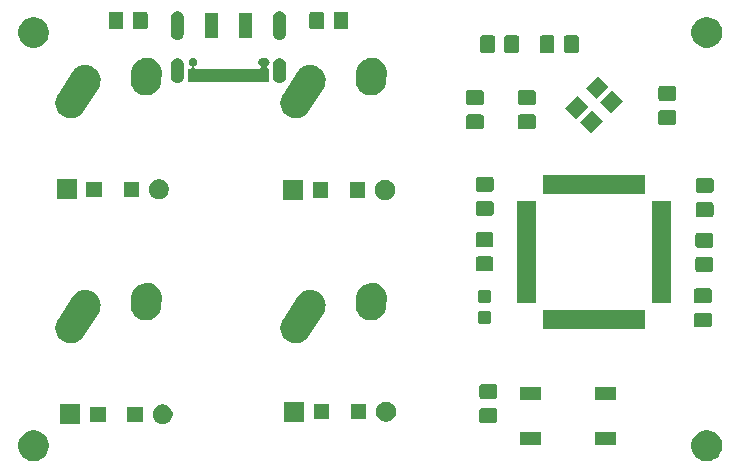
<source format=gbs>
G04 #@! TF.GenerationSoftware,KiCad,Pcbnew,(5.1.5)-3*
G04 #@! TF.CreationDate,2020-07-07T23:04:53+02:00*
G04 #@! TF.ProjectId,example,6578616d-706c-4652-9e6b-696361645f70,rev?*
G04 #@! TF.SameCoordinates,Original*
G04 #@! TF.FileFunction,Soldermask,Bot*
G04 #@! TF.FilePolarity,Negative*
%FSLAX46Y46*%
G04 Gerber Fmt 4.6, Leading zero omitted, Abs format (unit mm)*
G04 Created by KiCad (PCBNEW (5.1.5)-3) date 2020-07-07 23:04:53*
%MOMM*%
%LPD*%
G04 APERTURE LIST*
%ADD10C,0.100000*%
G04 APERTURE END LIST*
D10*
G36*
X200379487Y-84748996D02*
G01*
X200616253Y-84847068D01*
X200616255Y-84847069D01*
X200829339Y-84989447D01*
X201010553Y-85170661D01*
X201152932Y-85383747D01*
X201251004Y-85620513D01*
X201301000Y-85871861D01*
X201301000Y-86128139D01*
X201251004Y-86379487D01*
X201152932Y-86616253D01*
X201152931Y-86616255D01*
X201010553Y-86829339D01*
X200829339Y-87010553D01*
X200616255Y-87152931D01*
X200616254Y-87152932D01*
X200616253Y-87152932D01*
X200379487Y-87251004D01*
X200128139Y-87301000D01*
X199871861Y-87301000D01*
X199620513Y-87251004D01*
X199383747Y-87152932D01*
X199383746Y-87152932D01*
X199383745Y-87152931D01*
X199170661Y-87010553D01*
X198989447Y-86829339D01*
X198847069Y-86616255D01*
X198847068Y-86616253D01*
X198748996Y-86379487D01*
X198699000Y-86128139D01*
X198699000Y-85871861D01*
X198748996Y-85620513D01*
X198847068Y-85383747D01*
X198989447Y-85170661D01*
X199170661Y-84989447D01*
X199383745Y-84847069D01*
X199383747Y-84847068D01*
X199620513Y-84748996D01*
X199871861Y-84699000D01*
X200128139Y-84699000D01*
X200379487Y-84748996D01*
G37*
G36*
X143379487Y-84748996D02*
G01*
X143616253Y-84847068D01*
X143616255Y-84847069D01*
X143829339Y-84989447D01*
X144010553Y-85170661D01*
X144152932Y-85383747D01*
X144251004Y-85620513D01*
X144301000Y-85871861D01*
X144301000Y-86128139D01*
X144251004Y-86379487D01*
X144152932Y-86616253D01*
X144152931Y-86616255D01*
X144010553Y-86829339D01*
X143829339Y-87010553D01*
X143616255Y-87152931D01*
X143616254Y-87152932D01*
X143616253Y-87152932D01*
X143379487Y-87251004D01*
X143128139Y-87301000D01*
X142871861Y-87301000D01*
X142620513Y-87251004D01*
X142383747Y-87152932D01*
X142383746Y-87152932D01*
X142383745Y-87152931D01*
X142170661Y-87010553D01*
X141989447Y-86829339D01*
X141847069Y-86616255D01*
X141847068Y-86616253D01*
X141748996Y-86379487D01*
X141699000Y-86128139D01*
X141699000Y-85871861D01*
X141748996Y-85620513D01*
X141847068Y-85383747D01*
X141989447Y-85170661D01*
X142170661Y-84989447D01*
X142383745Y-84847069D01*
X142383747Y-84847068D01*
X142620513Y-84748996D01*
X142871861Y-84699000D01*
X143128139Y-84699000D01*
X143379487Y-84748996D01*
G37*
G36*
X186001000Y-85951000D02*
G01*
X184199000Y-85951000D01*
X184199000Y-84849000D01*
X186001000Y-84849000D01*
X186001000Y-85951000D01*
G37*
G36*
X192301000Y-85951000D02*
G01*
X190499000Y-85951000D01*
X190499000Y-84849000D01*
X192301000Y-84849000D01*
X192301000Y-85951000D01*
G37*
G36*
X154166978Y-82525453D02*
G01*
X154321850Y-82589603D01*
X154461231Y-82682735D01*
X154579765Y-82801269D01*
X154672897Y-82940650D01*
X154737047Y-83095522D01*
X154769750Y-83259934D01*
X154769750Y-83427566D01*
X154737047Y-83591978D01*
X154672897Y-83746850D01*
X154579765Y-83886231D01*
X154461231Y-84004765D01*
X154321850Y-84097897D01*
X154166978Y-84162047D01*
X154002566Y-84194750D01*
X153834934Y-84194750D01*
X153670522Y-84162047D01*
X153515650Y-84097897D01*
X153376269Y-84004765D01*
X153257735Y-83886231D01*
X153164603Y-83746850D01*
X153100453Y-83591978D01*
X153067750Y-83427566D01*
X153067750Y-83259934D01*
X153100453Y-83095522D01*
X153164603Y-82940650D01*
X153257735Y-82801269D01*
X153376269Y-82682735D01*
X153515650Y-82589603D01*
X153670522Y-82525453D01*
X153834934Y-82492750D01*
X154002566Y-82492750D01*
X154166978Y-82525453D01*
G37*
G36*
X146969750Y-84194750D02*
G01*
X145267750Y-84194750D01*
X145267750Y-82492750D01*
X146969750Y-82492750D01*
X146969750Y-84194750D01*
G37*
G36*
X182079852Y-82833833D02*
G01*
X182117545Y-82845267D01*
X182152281Y-82863834D01*
X182182726Y-82888820D01*
X182207712Y-82919265D01*
X182226279Y-82954001D01*
X182237713Y-82991694D01*
X182242178Y-83037029D01*
X182242178Y-83873707D01*
X182237713Y-83919042D01*
X182226279Y-83956735D01*
X182207712Y-83991471D01*
X182182726Y-84021916D01*
X182152281Y-84046902D01*
X182117545Y-84065469D01*
X182079852Y-84076903D01*
X182034517Y-84081368D01*
X180947839Y-84081368D01*
X180902504Y-84076903D01*
X180864811Y-84065469D01*
X180830075Y-84046902D01*
X180799630Y-84021916D01*
X180774644Y-83991471D01*
X180756077Y-83956735D01*
X180744643Y-83919042D01*
X180740178Y-83873707D01*
X180740178Y-83037029D01*
X180744643Y-82991694D01*
X180756077Y-82954001D01*
X180774644Y-82919265D01*
X180799630Y-82888820D01*
X180830075Y-82863834D01*
X180864811Y-82845267D01*
X180902504Y-82833833D01*
X180947839Y-82829368D01*
X182034517Y-82829368D01*
X182079852Y-82833833D01*
G37*
G36*
X149094750Y-83994750D02*
G01*
X147792750Y-83994750D01*
X147792750Y-82692750D01*
X149094750Y-82692750D01*
X149094750Y-83994750D01*
G37*
G36*
X152244750Y-83994750D02*
G01*
X150942750Y-83994750D01*
X150942750Y-82692750D01*
X152244750Y-82692750D01*
X152244750Y-83994750D01*
G37*
G36*
X165885483Y-83964504D02*
G01*
X164183483Y-83964504D01*
X164183483Y-82262504D01*
X165885483Y-82262504D01*
X165885483Y-83964504D01*
G37*
G36*
X173082711Y-82295207D02*
G01*
X173237583Y-82359357D01*
X173376964Y-82452489D01*
X173495498Y-82571023D01*
X173588630Y-82710404D01*
X173652780Y-82865276D01*
X173685483Y-83029688D01*
X173685483Y-83197320D01*
X173652780Y-83361732D01*
X173588630Y-83516604D01*
X173495498Y-83655985D01*
X173376964Y-83774519D01*
X173237583Y-83867651D01*
X173082711Y-83931801D01*
X172918299Y-83964504D01*
X172750667Y-83964504D01*
X172586255Y-83931801D01*
X172431383Y-83867651D01*
X172292002Y-83774519D01*
X172173468Y-83655985D01*
X172080336Y-83516604D01*
X172016186Y-83361732D01*
X171983483Y-83197320D01*
X171983483Y-83029688D01*
X172016186Y-82865276D01*
X172080336Y-82710404D01*
X172173468Y-82571023D01*
X172292002Y-82452489D01*
X172431383Y-82359357D01*
X172586255Y-82295207D01*
X172750667Y-82262504D01*
X172918299Y-82262504D01*
X173082711Y-82295207D01*
G37*
G36*
X168010483Y-83764504D02*
G01*
X166708483Y-83764504D01*
X166708483Y-82462504D01*
X168010483Y-82462504D01*
X168010483Y-83764504D01*
G37*
G36*
X171160483Y-83764504D02*
G01*
X169858483Y-83764504D01*
X169858483Y-82462504D01*
X171160483Y-82462504D01*
X171160483Y-83764504D01*
G37*
G36*
X192301000Y-82151000D02*
G01*
X190499000Y-82151000D01*
X190499000Y-81049000D01*
X192301000Y-81049000D01*
X192301000Y-82151000D01*
G37*
G36*
X186001000Y-82151000D02*
G01*
X184199000Y-82151000D01*
X184199000Y-81049000D01*
X186001000Y-81049000D01*
X186001000Y-82151000D01*
G37*
G36*
X182079852Y-80783833D02*
G01*
X182117545Y-80795267D01*
X182152281Y-80813834D01*
X182182726Y-80838820D01*
X182207712Y-80869265D01*
X182226279Y-80904001D01*
X182237713Y-80941694D01*
X182242178Y-80987029D01*
X182242178Y-81823707D01*
X182237713Y-81869042D01*
X182226279Y-81906735D01*
X182207712Y-81941471D01*
X182182726Y-81971916D01*
X182152281Y-81996902D01*
X182117545Y-82015469D01*
X182079852Y-82026903D01*
X182034517Y-82031368D01*
X180947839Y-82031368D01*
X180902504Y-82026903D01*
X180864811Y-82015469D01*
X180830075Y-81996902D01*
X180799630Y-81971916D01*
X180774644Y-81941471D01*
X180756077Y-81906735D01*
X180744643Y-81869042D01*
X180740178Y-81823707D01*
X180740178Y-80987029D01*
X180744643Y-80941694D01*
X180756077Y-80904001D01*
X180774644Y-80869265D01*
X180799630Y-80838820D01*
X180830075Y-80813834D01*
X180864811Y-80795267D01*
X180902504Y-80783833D01*
X180947839Y-80779368D01*
X182034517Y-80779368D01*
X182079852Y-80783833D01*
G37*
G36*
X147510044Y-72818486D02*
G01*
X147595221Y-72825003D01*
X147635003Y-72836129D01*
X147842025Y-72894027D01*
X148070620Y-73009875D01*
X148272222Y-73168093D01*
X148439084Y-73362603D01*
X148564793Y-73585928D01*
X148598093Y-73687661D01*
X148644518Y-73829489D01*
X148671810Y-74055849D01*
X148675194Y-74083917D01*
X148655645Y-74339445D01*
X148632491Y-74422233D01*
X148586620Y-74586250D01*
X148548309Y-74661846D01*
X148499800Y-74757566D01*
X147222204Y-76762988D01*
X147222202Y-76762990D01*
X147103630Y-76914076D01*
X146909123Y-77080936D01*
X146772505Y-77157837D01*
X146685795Y-77206646D01*
X146448584Y-77284292D01*
X146442234Y-77286371D01*
X146187807Y-77317047D01*
X146187806Y-77317047D01*
X145932279Y-77297498D01*
X145685475Y-77228473D01*
X145685474Y-77228473D01*
X145685472Y-77228472D01*
X145456885Y-77112628D01*
X145456883Y-77112627D01*
X145456880Y-77112625D01*
X145255278Y-76954407D01*
X145255274Y-76954404D01*
X145088417Y-76759900D01*
X144962708Y-76536573D01*
X144962707Y-76536572D01*
X144882983Y-76293014D01*
X144882982Y-76293011D01*
X144852306Y-76038584D01*
X144852306Y-76038583D01*
X144871855Y-75783056D01*
X144929580Y-75576656D01*
X144940880Y-75536251D01*
X145021520Y-75377130D01*
X145027700Y-75364935D01*
X146305295Y-73359512D01*
X146423869Y-73208425D01*
X146567802Y-73084951D01*
X146618380Y-73041562D01*
X146841698Y-72915856D01*
X146894782Y-72898480D01*
X147085261Y-72836130D01*
X147085262Y-72836130D01*
X147085265Y-72836129D01*
X147339691Y-72805453D01*
X147339693Y-72805453D01*
X147510044Y-72818486D01*
G37*
G36*
X166560044Y-72818486D02*
G01*
X166645221Y-72825003D01*
X166685003Y-72836129D01*
X166892025Y-72894027D01*
X167120620Y-73009875D01*
X167322222Y-73168093D01*
X167489084Y-73362603D01*
X167614793Y-73585928D01*
X167648093Y-73687661D01*
X167694518Y-73829489D01*
X167721810Y-74055849D01*
X167725194Y-74083917D01*
X167705645Y-74339445D01*
X167682491Y-74422233D01*
X167636620Y-74586250D01*
X167598309Y-74661846D01*
X167549800Y-74757566D01*
X166272204Y-76762988D01*
X166272202Y-76762990D01*
X166153630Y-76914076D01*
X165959123Y-77080936D01*
X165822505Y-77157837D01*
X165735795Y-77206646D01*
X165498584Y-77284292D01*
X165492234Y-77286371D01*
X165237807Y-77317047D01*
X165237806Y-77317047D01*
X164982279Y-77297498D01*
X164735475Y-77228473D01*
X164735474Y-77228473D01*
X164735472Y-77228472D01*
X164506885Y-77112628D01*
X164506883Y-77112627D01*
X164506880Y-77112625D01*
X164305278Y-76954407D01*
X164305274Y-76954404D01*
X164138417Y-76759900D01*
X164012708Y-76536573D01*
X164012707Y-76536572D01*
X163932983Y-76293014D01*
X163932982Y-76293011D01*
X163902306Y-76038584D01*
X163902306Y-76038583D01*
X163921855Y-75783056D01*
X163979580Y-75576656D01*
X163990880Y-75536251D01*
X164071520Y-75377130D01*
X164077700Y-75364935D01*
X165355295Y-73359512D01*
X165473869Y-73208425D01*
X165617802Y-73084951D01*
X165668380Y-73041562D01*
X165891698Y-72915856D01*
X165944782Y-72898480D01*
X166135261Y-72836130D01*
X166135262Y-72836130D01*
X166135265Y-72836129D01*
X166389691Y-72805453D01*
X166389693Y-72805453D01*
X166560044Y-72818486D01*
G37*
G36*
X194783273Y-76109954D02*
G01*
X186131273Y-76109954D01*
X186131273Y-74507954D01*
X194783273Y-74507954D01*
X194783273Y-76109954D01*
G37*
G36*
X200255979Y-74733870D02*
G01*
X200293672Y-74745304D01*
X200328408Y-74763871D01*
X200358853Y-74788857D01*
X200383839Y-74819302D01*
X200402406Y-74854038D01*
X200413840Y-74891731D01*
X200418305Y-74937066D01*
X200418305Y-75773744D01*
X200413840Y-75819079D01*
X200402406Y-75856772D01*
X200383839Y-75891508D01*
X200358853Y-75921953D01*
X200328408Y-75946939D01*
X200293672Y-75965506D01*
X200255979Y-75976940D01*
X200210644Y-75981405D01*
X199123966Y-75981405D01*
X199078631Y-75976940D01*
X199040938Y-75965506D01*
X199006202Y-75946939D01*
X198975757Y-75921953D01*
X198950771Y-75891508D01*
X198932204Y-75856772D01*
X198920770Y-75819079D01*
X198916305Y-75773744D01*
X198916305Y-74937066D01*
X198920770Y-74891731D01*
X198932204Y-74854038D01*
X198950771Y-74819302D01*
X198975757Y-74788857D01*
X199006202Y-74763871D01*
X199040938Y-74745304D01*
X199078631Y-74733870D01*
X199123966Y-74729405D01*
X200210644Y-74729405D01*
X200255979Y-74733870D01*
G37*
G36*
X181541433Y-74553106D02*
G01*
X181578929Y-74564481D01*
X181613488Y-74582953D01*
X181643781Y-74607814D01*
X181668642Y-74638107D01*
X181687114Y-74672666D01*
X181698489Y-74710162D01*
X181702934Y-74755299D01*
X181702934Y-75494023D01*
X181698489Y-75539160D01*
X181687114Y-75576656D01*
X181668642Y-75611215D01*
X181643781Y-75641508D01*
X181613488Y-75666369D01*
X181578929Y-75684841D01*
X181541433Y-75696216D01*
X181496296Y-75700661D01*
X180857572Y-75700661D01*
X180812435Y-75696216D01*
X180774939Y-75684841D01*
X180740380Y-75666369D01*
X180710087Y-75641508D01*
X180685226Y-75611215D01*
X180666754Y-75576656D01*
X180655379Y-75539160D01*
X180650934Y-75494023D01*
X180650934Y-74755299D01*
X180655379Y-74710162D01*
X180666754Y-74672666D01*
X180685226Y-74638107D01*
X180710087Y-74607814D01*
X180740380Y-74582953D01*
X180774939Y-74564481D01*
X180812435Y-74553106D01*
X180857572Y-74548661D01*
X181496296Y-74548661D01*
X181541433Y-74553106D01*
G37*
G36*
X152900129Y-72240063D02*
G01*
X153139741Y-72330963D01*
X153357015Y-72466863D01*
X153543602Y-72642538D01*
X153626684Y-72759123D01*
X153692330Y-72851240D01*
X153797485Y-73084947D01*
X153797486Y-73084951D01*
X153855026Y-73334678D01*
X153860808Y-73526644D01*
X153860807Y-73526652D01*
X153812666Y-74232821D01*
X153780885Y-74422233D01*
X153689985Y-74661845D01*
X153628371Y-74760352D01*
X153554085Y-74879119D01*
X153378410Y-75065706D01*
X153222148Y-75177063D01*
X153169708Y-75214434D01*
X152936001Y-75319589D01*
X152935997Y-75319590D01*
X152686271Y-75377130D01*
X152430116Y-75384844D01*
X152430112Y-75384844D01*
X152177371Y-75342437D01*
X151937759Y-75251537D01*
X151720485Y-75115637D01*
X151667453Y-75065706D01*
X151533898Y-74939962D01*
X151403916Y-74757565D01*
X151385170Y-74731260D01*
X151280015Y-74497553D01*
X151222474Y-74247821D01*
X151222022Y-74232821D01*
X151216692Y-74055858D01*
X151264834Y-73349678D01*
X151288535Y-73208425D01*
X151296615Y-73160267D01*
X151387515Y-72920655D01*
X151523415Y-72703381D01*
X151580700Y-72642538D01*
X151699090Y-72516794D01*
X151855352Y-72405437D01*
X151907792Y-72368066D01*
X152141499Y-72262911D01*
X152141503Y-72262910D01*
X152391229Y-72205370D01*
X152647384Y-72197656D01*
X152647388Y-72197656D01*
X152900129Y-72240063D01*
G37*
G36*
X171950129Y-72240063D02*
G01*
X172189741Y-72330963D01*
X172407015Y-72466863D01*
X172593602Y-72642538D01*
X172676684Y-72759123D01*
X172742330Y-72851240D01*
X172847485Y-73084947D01*
X172847486Y-73084951D01*
X172905026Y-73334678D01*
X172910808Y-73526644D01*
X172910807Y-73526652D01*
X172862666Y-74232821D01*
X172830885Y-74422233D01*
X172739985Y-74661845D01*
X172678371Y-74760352D01*
X172604085Y-74879119D01*
X172428410Y-75065706D01*
X172272148Y-75177063D01*
X172219708Y-75214434D01*
X171986001Y-75319589D01*
X171985997Y-75319590D01*
X171736271Y-75377130D01*
X171480116Y-75384844D01*
X171480112Y-75384844D01*
X171227371Y-75342437D01*
X170987759Y-75251537D01*
X170770485Y-75115637D01*
X170717453Y-75065706D01*
X170583898Y-74939962D01*
X170453916Y-74757565D01*
X170435170Y-74731260D01*
X170330015Y-74497553D01*
X170272474Y-74247821D01*
X170272022Y-74232821D01*
X170266692Y-74055858D01*
X170314834Y-73349678D01*
X170338535Y-73208425D01*
X170346615Y-73160267D01*
X170437515Y-72920655D01*
X170573415Y-72703381D01*
X170630700Y-72642538D01*
X170749090Y-72516794D01*
X170905352Y-72405437D01*
X170957792Y-72368066D01*
X171191499Y-72262911D01*
X171191503Y-72262910D01*
X171441229Y-72205370D01*
X171697384Y-72197656D01*
X171697388Y-72197656D01*
X171950129Y-72240063D01*
G37*
G36*
X181541433Y-72803106D02*
G01*
X181578929Y-72814481D01*
X181613488Y-72832953D01*
X181643781Y-72857814D01*
X181668642Y-72888107D01*
X181687114Y-72922666D01*
X181698489Y-72960162D01*
X181702934Y-73005299D01*
X181702934Y-73744023D01*
X181698489Y-73789160D01*
X181687114Y-73826656D01*
X181668642Y-73861215D01*
X181643781Y-73891508D01*
X181613488Y-73916369D01*
X181578929Y-73934841D01*
X181541433Y-73946216D01*
X181496296Y-73950661D01*
X180857572Y-73950661D01*
X180812435Y-73946216D01*
X180774939Y-73934841D01*
X180740380Y-73916369D01*
X180710087Y-73891508D01*
X180685226Y-73861215D01*
X180666754Y-73826656D01*
X180655379Y-73789160D01*
X180650934Y-73744023D01*
X180650934Y-73005299D01*
X180655379Y-72960162D01*
X180666754Y-72922666D01*
X180685226Y-72888107D01*
X180710087Y-72857814D01*
X180740380Y-72832953D01*
X180774939Y-72814481D01*
X180812435Y-72803106D01*
X180857572Y-72798661D01*
X181496296Y-72798661D01*
X181541433Y-72803106D01*
G37*
G36*
X185558273Y-73934954D02*
G01*
X183956273Y-73934954D01*
X183956273Y-65282954D01*
X185558273Y-65282954D01*
X185558273Y-73934954D01*
G37*
G36*
X196958273Y-73934954D02*
G01*
X195356273Y-73934954D01*
X195356273Y-65282954D01*
X196958273Y-65282954D01*
X196958273Y-73934954D01*
G37*
G36*
X200255979Y-72683870D02*
G01*
X200293672Y-72695304D01*
X200328408Y-72713871D01*
X200358853Y-72738857D01*
X200383839Y-72769302D01*
X200402406Y-72804038D01*
X200413840Y-72841731D01*
X200418305Y-72887066D01*
X200418305Y-73723744D01*
X200413840Y-73769079D01*
X200402406Y-73806772D01*
X200383839Y-73841508D01*
X200358853Y-73871953D01*
X200328408Y-73896939D01*
X200293672Y-73915506D01*
X200255979Y-73926940D01*
X200210644Y-73931405D01*
X199123966Y-73931405D01*
X199078631Y-73926940D01*
X199040938Y-73915506D01*
X199006202Y-73896939D01*
X198975757Y-73871953D01*
X198950771Y-73841508D01*
X198932204Y-73806772D01*
X198920770Y-73769079D01*
X198916305Y-73723744D01*
X198916305Y-72887066D01*
X198920770Y-72841731D01*
X198932204Y-72804038D01*
X198950771Y-72769302D01*
X198975757Y-72738857D01*
X199006202Y-72713871D01*
X199040938Y-72695304D01*
X199078631Y-72683870D01*
X199123966Y-72679405D01*
X200210644Y-72679405D01*
X200255979Y-72683870D01*
G37*
G36*
X200370553Y-70024086D02*
G01*
X200408246Y-70035520D01*
X200442982Y-70054087D01*
X200473427Y-70079073D01*
X200498413Y-70109518D01*
X200516980Y-70144254D01*
X200528414Y-70181947D01*
X200532879Y-70227282D01*
X200532879Y-71063960D01*
X200528414Y-71109295D01*
X200516980Y-71146988D01*
X200498413Y-71181724D01*
X200473427Y-71212169D01*
X200442982Y-71237155D01*
X200408246Y-71255722D01*
X200370553Y-71267156D01*
X200325218Y-71271621D01*
X199238540Y-71271621D01*
X199193205Y-71267156D01*
X199155512Y-71255722D01*
X199120776Y-71237155D01*
X199090331Y-71212169D01*
X199065345Y-71181724D01*
X199046778Y-71146988D01*
X199035344Y-71109295D01*
X199030879Y-71063960D01*
X199030879Y-70227282D01*
X199035344Y-70181947D01*
X199046778Y-70144254D01*
X199065345Y-70109518D01*
X199090331Y-70079073D01*
X199120776Y-70054087D01*
X199155512Y-70035520D01*
X199193205Y-70024086D01*
X199238540Y-70019621D01*
X200325218Y-70019621D01*
X200370553Y-70024086D01*
G37*
G36*
X181766603Y-69980227D02*
G01*
X181804296Y-69991661D01*
X181839032Y-70010228D01*
X181869477Y-70035214D01*
X181894463Y-70065659D01*
X181913030Y-70100395D01*
X181924464Y-70138088D01*
X181928929Y-70183423D01*
X181928929Y-71020101D01*
X181924464Y-71065436D01*
X181913030Y-71103129D01*
X181894463Y-71137865D01*
X181869477Y-71168310D01*
X181839032Y-71193296D01*
X181804296Y-71211863D01*
X181766603Y-71223297D01*
X181721268Y-71227762D01*
X180634590Y-71227762D01*
X180589255Y-71223297D01*
X180551562Y-71211863D01*
X180516826Y-71193296D01*
X180486381Y-71168310D01*
X180461395Y-71137865D01*
X180442828Y-71103129D01*
X180431394Y-71065436D01*
X180426929Y-71020101D01*
X180426929Y-70183423D01*
X180431394Y-70138088D01*
X180442828Y-70100395D01*
X180461395Y-70065659D01*
X180486381Y-70035214D01*
X180516826Y-70010228D01*
X180551562Y-69991661D01*
X180589255Y-69980227D01*
X180634590Y-69975762D01*
X181721268Y-69975762D01*
X181766603Y-69980227D01*
G37*
G36*
X200370553Y-67974086D02*
G01*
X200408246Y-67985520D01*
X200442982Y-68004087D01*
X200473427Y-68029073D01*
X200498413Y-68059518D01*
X200516980Y-68094254D01*
X200528414Y-68131947D01*
X200532879Y-68177282D01*
X200532879Y-69013960D01*
X200528414Y-69059295D01*
X200516980Y-69096988D01*
X200498413Y-69131724D01*
X200473427Y-69162169D01*
X200442982Y-69187155D01*
X200408246Y-69205722D01*
X200370553Y-69217156D01*
X200325218Y-69221621D01*
X199238540Y-69221621D01*
X199193205Y-69217156D01*
X199155512Y-69205722D01*
X199120776Y-69187155D01*
X199090331Y-69162169D01*
X199065345Y-69131724D01*
X199046778Y-69096988D01*
X199035344Y-69059295D01*
X199030879Y-69013960D01*
X199030879Y-68177282D01*
X199035344Y-68131947D01*
X199046778Y-68094254D01*
X199065345Y-68059518D01*
X199090331Y-68029073D01*
X199120776Y-68004087D01*
X199155512Y-67985520D01*
X199193205Y-67974086D01*
X199238540Y-67969621D01*
X200325218Y-67969621D01*
X200370553Y-67974086D01*
G37*
G36*
X181766603Y-67930227D02*
G01*
X181804296Y-67941661D01*
X181839032Y-67960228D01*
X181869477Y-67985214D01*
X181894463Y-68015659D01*
X181913030Y-68050395D01*
X181924464Y-68088088D01*
X181928929Y-68133423D01*
X181928929Y-68970101D01*
X181924464Y-69015436D01*
X181913030Y-69053129D01*
X181894463Y-69087865D01*
X181869477Y-69118310D01*
X181839032Y-69143296D01*
X181804296Y-69161863D01*
X181766603Y-69173297D01*
X181721268Y-69177762D01*
X180634590Y-69177762D01*
X180589255Y-69173297D01*
X180551562Y-69161863D01*
X180516826Y-69143296D01*
X180486381Y-69118310D01*
X180461395Y-69087865D01*
X180442828Y-69053129D01*
X180431394Y-69015436D01*
X180426929Y-68970101D01*
X180426929Y-68133423D01*
X180431394Y-68088088D01*
X180442828Y-68050395D01*
X180461395Y-68015659D01*
X180486381Y-67985214D01*
X180516826Y-67960228D01*
X180551562Y-67941661D01*
X180589255Y-67930227D01*
X180634590Y-67925762D01*
X181721268Y-67925762D01*
X181766603Y-67930227D01*
G37*
G36*
X200404280Y-65376857D02*
G01*
X200441973Y-65388291D01*
X200476709Y-65406858D01*
X200507154Y-65431844D01*
X200532140Y-65462289D01*
X200550707Y-65497025D01*
X200562141Y-65534718D01*
X200566606Y-65580053D01*
X200566606Y-66416731D01*
X200562141Y-66462066D01*
X200550707Y-66499759D01*
X200532140Y-66534495D01*
X200507154Y-66564940D01*
X200476709Y-66589926D01*
X200441973Y-66608493D01*
X200404280Y-66619927D01*
X200358945Y-66624392D01*
X199272267Y-66624392D01*
X199226932Y-66619927D01*
X199189239Y-66608493D01*
X199154503Y-66589926D01*
X199124058Y-66564940D01*
X199099072Y-66534495D01*
X199080505Y-66499759D01*
X199069071Y-66462066D01*
X199064606Y-66416731D01*
X199064606Y-65580053D01*
X199069071Y-65534718D01*
X199080505Y-65497025D01*
X199099072Y-65462289D01*
X199124058Y-65431844D01*
X199154503Y-65406858D01*
X199189239Y-65388291D01*
X199226932Y-65376857D01*
X199272267Y-65372392D01*
X200358945Y-65372392D01*
X200404280Y-65376857D01*
G37*
G36*
X181781171Y-65280077D02*
G01*
X181818864Y-65291511D01*
X181853600Y-65310078D01*
X181884045Y-65335064D01*
X181909031Y-65365509D01*
X181927598Y-65400245D01*
X181939032Y-65437938D01*
X181943497Y-65483273D01*
X181943497Y-66319951D01*
X181939032Y-66365286D01*
X181927598Y-66402979D01*
X181909031Y-66437715D01*
X181884045Y-66468160D01*
X181853600Y-66493146D01*
X181818864Y-66511713D01*
X181781171Y-66523147D01*
X181735836Y-66527612D01*
X180649158Y-66527612D01*
X180603823Y-66523147D01*
X180566130Y-66511713D01*
X180531394Y-66493146D01*
X180500949Y-66468160D01*
X180475963Y-66437715D01*
X180457396Y-66402979D01*
X180445962Y-66365286D01*
X180441497Y-66319951D01*
X180441497Y-65483273D01*
X180445962Y-65437938D01*
X180457396Y-65400245D01*
X180475963Y-65365509D01*
X180500949Y-65335064D01*
X180531394Y-65310078D01*
X180566130Y-65291511D01*
X180603823Y-65280077D01*
X180649158Y-65275612D01*
X181735836Y-65275612D01*
X181781171Y-65280077D01*
G37*
G36*
X165809501Y-65185521D02*
G01*
X164107501Y-65185521D01*
X164107501Y-63483521D01*
X165809501Y-63483521D01*
X165809501Y-65185521D01*
G37*
G36*
X173006729Y-63516224D02*
G01*
X173161601Y-63580374D01*
X173300982Y-63673506D01*
X173419516Y-63792040D01*
X173512648Y-63931421D01*
X173576798Y-64086293D01*
X173609501Y-64250705D01*
X173609501Y-64418337D01*
X173576798Y-64582749D01*
X173512648Y-64737621D01*
X173419516Y-64877002D01*
X173300982Y-64995536D01*
X173161601Y-65088668D01*
X173006729Y-65152818D01*
X172842317Y-65185521D01*
X172674685Y-65185521D01*
X172510273Y-65152818D01*
X172355401Y-65088668D01*
X172216020Y-64995536D01*
X172097486Y-64877002D01*
X172004354Y-64737621D01*
X171940204Y-64582749D01*
X171907501Y-64418337D01*
X171907501Y-64250705D01*
X171940204Y-64086293D01*
X172004354Y-63931421D01*
X172097486Y-63792040D01*
X172216020Y-63673506D01*
X172355401Y-63580374D01*
X172510273Y-63516224D01*
X172674685Y-63483521D01*
X172842317Y-63483521D01*
X173006729Y-63516224D01*
G37*
G36*
X146651000Y-65144750D02*
G01*
X144949000Y-65144750D01*
X144949000Y-63442750D01*
X146651000Y-63442750D01*
X146651000Y-65144750D01*
G37*
G36*
X153848228Y-63475453D02*
G01*
X154003100Y-63539603D01*
X154142481Y-63632735D01*
X154261015Y-63751269D01*
X154354147Y-63890650D01*
X154418297Y-64045522D01*
X154451000Y-64209934D01*
X154451000Y-64377566D01*
X154418297Y-64541978D01*
X154354147Y-64696850D01*
X154261015Y-64836231D01*
X154142481Y-64954765D01*
X154003100Y-65047897D01*
X153848228Y-65112047D01*
X153683816Y-65144750D01*
X153516184Y-65144750D01*
X153351772Y-65112047D01*
X153196900Y-65047897D01*
X153057519Y-64954765D01*
X152938985Y-64836231D01*
X152845853Y-64696850D01*
X152781703Y-64541978D01*
X152749000Y-64377566D01*
X152749000Y-64209934D01*
X152781703Y-64045522D01*
X152845853Y-63890650D01*
X152938985Y-63751269D01*
X153057519Y-63632735D01*
X153196900Y-63539603D01*
X153351772Y-63475453D01*
X153516184Y-63442750D01*
X153683816Y-63442750D01*
X153848228Y-63475453D01*
G37*
G36*
X171084501Y-64985521D02*
G01*
X169782501Y-64985521D01*
X169782501Y-63683521D01*
X171084501Y-63683521D01*
X171084501Y-64985521D01*
G37*
G36*
X167934501Y-64985521D02*
G01*
X166632501Y-64985521D01*
X166632501Y-63683521D01*
X167934501Y-63683521D01*
X167934501Y-64985521D01*
G37*
G36*
X148776000Y-64944750D02*
G01*
X147474000Y-64944750D01*
X147474000Y-63642750D01*
X148776000Y-63642750D01*
X148776000Y-64944750D01*
G37*
G36*
X151926000Y-64944750D02*
G01*
X150624000Y-64944750D01*
X150624000Y-63642750D01*
X151926000Y-63642750D01*
X151926000Y-64944750D01*
G37*
G36*
X194783273Y-64709954D02*
G01*
X186131273Y-64709954D01*
X186131273Y-63107954D01*
X194783273Y-63107954D01*
X194783273Y-64709954D01*
G37*
G36*
X200404280Y-63326857D02*
G01*
X200441973Y-63338291D01*
X200476709Y-63356858D01*
X200507154Y-63381844D01*
X200532140Y-63412289D01*
X200550707Y-63447025D01*
X200562141Y-63484718D01*
X200566606Y-63530053D01*
X200566606Y-64366731D01*
X200562141Y-64412066D01*
X200550707Y-64449759D01*
X200532140Y-64484495D01*
X200507154Y-64514940D01*
X200476709Y-64539926D01*
X200441973Y-64558493D01*
X200404280Y-64569927D01*
X200358945Y-64574392D01*
X199272267Y-64574392D01*
X199226932Y-64569927D01*
X199189239Y-64558493D01*
X199154503Y-64539926D01*
X199124058Y-64514940D01*
X199099072Y-64484495D01*
X199080505Y-64449759D01*
X199069071Y-64412066D01*
X199064606Y-64366731D01*
X199064606Y-63530053D01*
X199069071Y-63484718D01*
X199080505Y-63447025D01*
X199099072Y-63412289D01*
X199124058Y-63381844D01*
X199154503Y-63356858D01*
X199189239Y-63338291D01*
X199226932Y-63326857D01*
X199272267Y-63322392D01*
X200358945Y-63322392D01*
X200404280Y-63326857D01*
G37*
G36*
X181781171Y-63230077D02*
G01*
X181818864Y-63241511D01*
X181853600Y-63260078D01*
X181884045Y-63285064D01*
X181909031Y-63315509D01*
X181927598Y-63350245D01*
X181939032Y-63387938D01*
X181943497Y-63433273D01*
X181943497Y-64269951D01*
X181939032Y-64315286D01*
X181927598Y-64352979D01*
X181909031Y-64387715D01*
X181884045Y-64418160D01*
X181853600Y-64443146D01*
X181818864Y-64461713D01*
X181781171Y-64473147D01*
X181735836Y-64477612D01*
X180649158Y-64477612D01*
X180603823Y-64473147D01*
X180566130Y-64461713D01*
X180531394Y-64443146D01*
X180500949Y-64418160D01*
X180475963Y-64387715D01*
X180457396Y-64352979D01*
X180445962Y-64315286D01*
X180441497Y-64269951D01*
X180441497Y-63433273D01*
X180445962Y-63387938D01*
X180457396Y-63350245D01*
X180475963Y-63315509D01*
X180500949Y-63285064D01*
X180531394Y-63260078D01*
X180566130Y-63241511D01*
X180603823Y-63230077D01*
X180649158Y-63225612D01*
X181735836Y-63225612D01*
X181781171Y-63230077D01*
G37*
G36*
X191218118Y-58485786D02*
G01*
X190156043Y-59547861D01*
X189235390Y-58627208D01*
X190297465Y-57565133D01*
X191218118Y-58485786D01*
G37*
G36*
X180950682Y-57957877D02*
G01*
X180988375Y-57969311D01*
X181023111Y-57987878D01*
X181053556Y-58012864D01*
X181078542Y-58043309D01*
X181097109Y-58078045D01*
X181108543Y-58115738D01*
X181113008Y-58161073D01*
X181113008Y-58997751D01*
X181108543Y-59043086D01*
X181097109Y-59080779D01*
X181078542Y-59115515D01*
X181053556Y-59145960D01*
X181023111Y-59170946D01*
X180988375Y-59189513D01*
X180950682Y-59200947D01*
X180905347Y-59205412D01*
X179818669Y-59205412D01*
X179773334Y-59200947D01*
X179735641Y-59189513D01*
X179700905Y-59170946D01*
X179670460Y-59145960D01*
X179645474Y-59115515D01*
X179626907Y-59080779D01*
X179615473Y-59043086D01*
X179611008Y-58997751D01*
X179611008Y-58161073D01*
X179615473Y-58115738D01*
X179626907Y-58078045D01*
X179645474Y-58043309D01*
X179670460Y-58012864D01*
X179700905Y-57987878D01*
X179735641Y-57969311D01*
X179773334Y-57957877D01*
X179818669Y-57953412D01*
X180905347Y-57953412D01*
X180950682Y-57957877D01*
G37*
G36*
X185340525Y-57951543D02*
G01*
X185378218Y-57962977D01*
X185412954Y-57981544D01*
X185443399Y-58006530D01*
X185468385Y-58036975D01*
X185486952Y-58071711D01*
X185498386Y-58109404D01*
X185502851Y-58154739D01*
X185502851Y-58991417D01*
X185498386Y-59036752D01*
X185486952Y-59074445D01*
X185468385Y-59109181D01*
X185443399Y-59139626D01*
X185412954Y-59164612D01*
X185378218Y-59183179D01*
X185340525Y-59194613D01*
X185295190Y-59199078D01*
X184208512Y-59199078D01*
X184163177Y-59194613D01*
X184125484Y-59183179D01*
X184090748Y-59164612D01*
X184060303Y-59139626D01*
X184035317Y-59109181D01*
X184016750Y-59074445D01*
X184005316Y-59036752D01*
X184000851Y-58991417D01*
X184000851Y-58154739D01*
X184005316Y-58109404D01*
X184016750Y-58071711D01*
X184035317Y-58036975D01*
X184060303Y-58006530D01*
X184090748Y-57981544D01*
X184125484Y-57962977D01*
X184163177Y-57951543D01*
X184208512Y-57947078D01*
X185295190Y-57947078D01*
X185340525Y-57951543D01*
G37*
G36*
X197240576Y-57600402D02*
G01*
X197278269Y-57611836D01*
X197313005Y-57630403D01*
X197343450Y-57655389D01*
X197368436Y-57685834D01*
X197387003Y-57720570D01*
X197398437Y-57758263D01*
X197402902Y-57803598D01*
X197402902Y-58640276D01*
X197398437Y-58685611D01*
X197387003Y-58723304D01*
X197368436Y-58758040D01*
X197343450Y-58788485D01*
X197313005Y-58813471D01*
X197278269Y-58832038D01*
X197240576Y-58843472D01*
X197195241Y-58847937D01*
X196108563Y-58847937D01*
X196063228Y-58843472D01*
X196025535Y-58832038D01*
X195990799Y-58813471D01*
X195960354Y-58788485D01*
X195935368Y-58758040D01*
X195916801Y-58723304D01*
X195905367Y-58685611D01*
X195900902Y-58640276D01*
X195900902Y-57803598D01*
X195905367Y-57758263D01*
X195916801Y-57720570D01*
X195935368Y-57685834D01*
X195960354Y-57655389D01*
X195990799Y-57630403D01*
X196025535Y-57611836D01*
X196063228Y-57600402D01*
X196108563Y-57595937D01*
X197195241Y-57595937D01*
X197240576Y-57600402D01*
G37*
G36*
X190016036Y-57283704D02*
G01*
X188953961Y-58345779D01*
X188033308Y-57425126D01*
X189095383Y-56363051D01*
X190016036Y-57283704D01*
G37*
G36*
X147510044Y-53768486D02*
G01*
X147595221Y-53775003D01*
X147631463Y-53785139D01*
X147842025Y-53844027D01*
X148070620Y-53959875D01*
X148070622Y-53959876D01*
X148070623Y-53959877D01*
X148197052Y-54059099D01*
X148272222Y-54118093D01*
X148439084Y-54312603D01*
X148564793Y-54535928D01*
X148607368Y-54665996D01*
X148644518Y-54779489D01*
X148665001Y-54949379D01*
X148675194Y-55033917D01*
X148655645Y-55289445D01*
X148632491Y-55372233D01*
X148586620Y-55536250D01*
X148548309Y-55611846D01*
X148499800Y-55707566D01*
X147222204Y-57712988D01*
X147186672Y-57758263D01*
X147103630Y-57864076D01*
X146909123Y-58030936D01*
X146825432Y-58078045D01*
X146685795Y-58156646D01*
X146475185Y-58225585D01*
X146442234Y-58236371D01*
X146187807Y-58267047D01*
X146187806Y-58267047D01*
X145932279Y-58247498D01*
X145685475Y-58178473D01*
X145685474Y-58178473D01*
X145685472Y-58178472D01*
X145456885Y-58062628D01*
X145456883Y-58062627D01*
X145456880Y-58062625D01*
X145255278Y-57904407D01*
X145255274Y-57904404D01*
X145088417Y-57709900D01*
X144962708Y-57486573D01*
X144962707Y-57486572D01*
X144882983Y-57243014D01*
X144882982Y-57243011D01*
X144852306Y-56988584D01*
X144852446Y-56986752D01*
X144871855Y-56733056D01*
X144940880Y-56486252D01*
X144940880Y-56486251D01*
X145021520Y-56327130D01*
X145027700Y-56314935D01*
X146305295Y-54309512D01*
X146423869Y-54158425D01*
X146547945Y-54051985D01*
X146618380Y-53991562D01*
X146841698Y-53865856D01*
X146841704Y-53865854D01*
X147085261Y-53786130D01*
X147085262Y-53786130D01*
X147085265Y-53786129D01*
X147339691Y-53755453D01*
X147339693Y-53755453D01*
X147510044Y-53768486D01*
G37*
G36*
X166560044Y-53768486D02*
G01*
X166645221Y-53775003D01*
X166681463Y-53785139D01*
X166892025Y-53844027D01*
X167120620Y-53959875D01*
X167120622Y-53959876D01*
X167120623Y-53959877D01*
X167247052Y-54059099D01*
X167322222Y-54118093D01*
X167489084Y-54312603D01*
X167614793Y-54535928D01*
X167657368Y-54665996D01*
X167694518Y-54779489D01*
X167715001Y-54949379D01*
X167725194Y-55033917D01*
X167705645Y-55289445D01*
X167682491Y-55372233D01*
X167636620Y-55536250D01*
X167598309Y-55611846D01*
X167549800Y-55707566D01*
X166272204Y-57712988D01*
X166236672Y-57758263D01*
X166153630Y-57864076D01*
X165959123Y-58030936D01*
X165875432Y-58078045D01*
X165735795Y-58156646D01*
X165525185Y-58225585D01*
X165492234Y-58236371D01*
X165237807Y-58267047D01*
X165237806Y-58267047D01*
X164982279Y-58247498D01*
X164735475Y-58178473D01*
X164735474Y-58178473D01*
X164735472Y-58178472D01*
X164506885Y-58062628D01*
X164506883Y-58062627D01*
X164506880Y-58062625D01*
X164305278Y-57904407D01*
X164305274Y-57904404D01*
X164138417Y-57709900D01*
X164012708Y-57486573D01*
X164012707Y-57486572D01*
X163932983Y-57243014D01*
X163932982Y-57243011D01*
X163902306Y-56988584D01*
X163902446Y-56986752D01*
X163921855Y-56733056D01*
X163990880Y-56486252D01*
X163990880Y-56486251D01*
X164071520Y-56327130D01*
X164077700Y-56314935D01*
X165355295Y-54309512D01*
X165473869Y-54158425D01*
X165597945Y-54051985D01*
X165668380Y-53991562D01*
X165891698Y-53865856D01*
X165891704Y-53865854D01*
X166135261Y-53786130D01*
X166135262Y-53786130D01*
X166135265Y-53786129D01*
X166389691Y-53755453D01*
X166389693Y-53755453D01*
X166560044Y-53768486D01*
G37*
G36*
X192915174Y-56788730D02*
G01*
X191853099Y-57850805D01*
X190932446Y-56930152D01*
X191994521Y-55868077D01*
X192915174Y-56788730D01*
G37*
G36*
X180950682Y-55907877D02*
G01*
X180988375Y-55919311D01*
X181023111Y-55937878D01*
X181053556Y-55962864D01*
X181078542Y-55993309D01*
X181097109Y-56028045D01*
X181108543Y-56065738D01*
X181113008Y-56111073D01*
X181113008Y-56947751D01*
X181108543Y-56993086D01*
X181097109Y-57030779D01*
X181078542Y-57065515D01*
X181053556Y-57095960D01*
X181023111Y-57120946D01*
X180988375Y-57139513D01*
X180950682Y-57150947D01*
X180905347Y-57155412D01*
X179818669Y-57155412D01*
X179773334Y-57150947D01*
X179735641Y-57139513D01*
X179700905Y-57120946D01*
X179670460Y-57095960D01*
X179645474Y-57065515D01*
X179626907Y-57030779D01*
X179615473Y-56993086D01*
X179611008Y-56947751D01*
X179611008Y-56111073D01*
X179615473Y-56065738D01*
X179626907Y-56028045D01*
X179645474Y-55993309D01*
X179670460Y-55962864D01*
X179700905Y-55937878D01*
X179735641Y-55919311D01*
X179773334Y-55907877D01*
X179818669Y-55903412D01*
X180905347Y-55903412D01*
X180950682Y-55907877D01*
G37*
G36*
X185340525Y-55901543D02*
G01*
X185378218Y-55912977D01*
X185412954Y-55931544D01*
X185443399Y-55956530D01*
X185468385Y-55986975D01*
X185486952Y-56021711D01*
X185498386Y-56059404D01*
X185502851Y-56104739D01*
X185502851Y-56941417D01*
X185498386Y-56986752D01*
X185486952Y-57024445D01*
X185468385Y-57059181D01*
X185443399Y-57089626D01*
X185412954Y-57114612D01*
X185378218Y-57133179D01*
X185340525Y-57144613D01*
X185295190Y-57149078D01*
X184208512Y-57149078D01*
X184163177Y-57144613D01*
X184125484Y-57133179D01*
X184090748Y-57114612D01*
X184060303Y-57089626D01*
X184035317Y-57059181D01*
X184016750Y-57024445D01*
X184005316Y-56986752D01*
X184000851Y-56941417D01*
X184000851Y-56104739D01*
X184005316Y-56059404D01*
X184016750Y-56021711D01*
X184035317Y-55986975D01*
X184060303Y-55956530D01*
X184090748Y-55931544D01*
X184125484Y-55912977D01*
X184163177Y-55901543D01*
X184208512Y-55897078D01*
X185295190Y-55897078D01*
X185340525Y-55901543D01*
G37*
G36*
X197240576Y-55550402D02*
G01*
X197278269Y-55561836D01*
X197313005Y-55580403D01*
X197343450Y-55605389D01*
X197368436Y-55635834D01*
X197387003Y-55670570D01*
X197398437Y-55708263D01*
X197402902Y-55753598D01*
X197402902Y-56590276D01*
X197398437Y-56635611D01*
X197387003Y-56673304D01*
X197368436Y-56708040D01*
X197343450Y-56738485D01*
X197313005Y-56763471D01*
X197278269Y-56782038D01*
X197240576Y-56793472D01*
X197195241Y-56797937D01*
X196108563Y-56797937D01*
X196063228Y-56793472D01*
X196025535Y-56782038D01*
X195990799Y-56763471D01*
X195960354Y-56738485D01*
X195935368Y-56708040D01*
X195916801Y-56673304D01*
X195905367Y-56635611D01*
X195900902Y-56590276D01*
X195900902Y-55753598D01*
X195905367Y-55708263D01*
X195916801Y-55670570D01*
X195935368Y-55635834D01*
X195960354Y-55605389D01*
X195990799Y-55580403D01*
X196025535Y-55561836D01*
X196063228Y-55550402D01*
X196108563Y-55545937D01*
X197195241Y-55545937D01*
X197240576Y-55550402D01*
G37*
G36*
X191713092Y-55586648D02*
G01*
X190651017Y-56648723D01*
X189730364Y-55728070D01*
X190792439Y-54665995D01*
X191713092Y-55586648D01*
G37*
G36*
X152900129Y-53190063D02*
G01*
X153139741Y-53280963D01*
X153294127Y-53377528D01*
X153357015Y-53416863D01*
X153543602Y-53592538D01*
X153646014Y-53736248D01*
X153692330Y-53801240D01*
X153797485Y-54034947D01*
X153797486Y-54034951D01*
X153855026Y-54284678D01*
X153860808Y-54476644D01*
X153860807Y-54476652D01*
X153812666Y-55182821D01*
X153780885Y-55372233D01*
X153689985Y-55611845D01*
X153629678Y-55708263D01*
X153554085Y-55829119D01*
X153378410Y-56015706D01*
X153228569Y-56122487D01*
X153169708Y-56164434D01*
X152936001Y-56269589D01*
X152935997Y-56269590D01*
X152686271Y-56327130D01*
X152430116Y-56334844D01*
X152430112Y-56334844D01*
X152177371Y-56292437D01*
X151937759Y-56201537D01*
X151720485Y-56065637D01*
X151667453Y-56015706D01*
X151533898Y-55889962D01*
X151408469Y-55713954D01*
X151385170Y-55681260D01*
X151280015Y-55447553D01*
X151234271Y-55249021D01*
X151222474Y-55197822D01*
X151216692Y-55005858D01*
X151264834Y-54299678D01*
X151288535Y-54158425D01*
X151296615Y-54110267D01*
X151387515Y-53870655D01*
X151523415Y-53653381D01*
X151580700Y-53592538D01*
X151699090Y-53466794D01*
X151868596Y-53345999D01*
X151907792Y-53318066D01*
X152141499Y-53212911D01*
X152191249Y-53201448D01*
X152391229Y-53155370D01*
X152647384Y-53147656D01*
X152647388Y-53147656D01*
X152900129Y-53190063D01*
G37*
G36*
X171950129Y-53190063D02*
G01*
X172189741Y-53280963D01*
X172344127Y-53377528D01*
X172407015Y-53416863D01*
X172593602Y-53592538D01*
X172696014Y-53736248D01*
X172742330Y-53801240D01*
X172847485Y-54034947D01*
X172847486Y-54034951D01*
X172905026Y-54284678D01*
X172910808Y-54476644D01*
X172910807Y-54476652D01*
X172862666Y-55182821D01*
X172830885Y-55372233D01*
X172739985Y-55611845D01*
X172679678Y-55708263D01*
X172604085Y-55829119D01*
X172428410Y-56015706D01*
X172278569Y-56122487D01*
X172219708Y-56164434D01*
X171986001Y-56269589D01*
X171985997Y-56269590D01*
X171736271Y-56327130D01*
X171480116Y-56334844D01*
X171480112Y-56334844D01*
X171227371Y-56292437D01*
X170987759Y-56201537D01*
X170770485Y-56065637D01*
X170717453Y-56015706D01*
X170583898Y-55889962D01*
X170458469Y-55713954D01*
X170435170Y-55681260D01*
X170330015Y-55447553D01*
X170284271Y-55249021D01*
X170272474Y-55197822D01*
X170266692Y-55005858D01*
X170314834Y-54299678D01*
X170338535Y-54158425D01*
X170346615Y-54110267D01*
X170437515Y-53870655D01*
X170573415Y-53653381D01*
X170630700Y-53592538D01*
X170749090Y-53466794D01*
X170918596Y-53345999D01*
X170957792Y-53318066D01*
X171191499Y-53212911D01*
X171241249Y-53201448D01*
X171441229Y-53155370D01*
X171697384Y-53147656D01*
X171697388Y-53147656D01*
X171950129Y-53190063D01*
G37*
G36*
X163928014Y-53194473D02*
G01*
X164031878Y-53225979D01*
X164057847Y-53239860D01*
X164127599Y-53277143D01*
X164127601Y-53277144D01*
X164127600Y-53277144D01*
X164211501Y-53345999D01*
X164280356Y-53429900D01*
X164331521Y-53525621D01*
X164363027Y-53629485D01*
X164371000Y-53710433D01*
X164371000Y-54764567D01*
X164363027Y-54845515D01*
X164331521Y-54949379D01*
X164331519Y-54949382D01*
X164280357Y-55045100D01*
X164211501Y-55129001D01*
X164127600Y-55197857D01*
X164059055Y-55234495D01*
X164031879Y-55249021D01*
X163928015Y-55280527D01*
X163820000Y-55291166D01*
X163711986Y-55280527D01*
X163608122Y-55249021D01*
X163580946Y-55234495D01*
X163512401Y-55197857D01*
X163428500Y-55129001D01*
X163359644Y-55045100D01*
X163308482Y-54949382D01*
X163308480Y-54949379D01*
X163276974Y-54845515D01*
X163269001Y-54764567D01*
X163269000Y-53710434D01*
X163276973Y-53629486D01*
X163308479Y-53525622D01*
X163339923Y-53466795D01*
X163359643Y-53429901D01*
X163402622Y-53377531D01*
X163428499Y-53345999D01*
X163512400Y-53277144D01*
X163512399Y-53277144D01*
X163512401Y-53277143D01*
X163582152Y-53239860D01*
X163608121Y-53225979D01*
X163711985Y-53194473D01*
X163820000Y-53183834D01*
X163928014Y-53194473D01*
G37*
G36*
X155288014Y-53194473D02*
G01*
X155391878Y-53225979D01*
X155417847Y-53239860D01*
X155487599Y-53277143D01*
X155487601Y-53277144D01*
X155487600Y-53277144D01*
X155571501Y-53345999D01*
X155640356Y-53429900D01*
X155691521Y-53525621D01*
X155723027Y-53629485D01*
X155731000Y-53710433D01*
X155731000Y-54764567D01*
X155723027Y-54845515D01*
X155691521Y-54949379D01*
X155691519Y-54949382D01*
X155640357Y-55045100D01*
X155571501Y-55129001D01*
X155487600Y-55197857D01*
X155419055Y-55234495D01*
X155391879Y-55249021D01*
X155288015Y-55280527D01*
X155180000Y-55291166D01*
X155071986Y-55280527D01*
X154968122Y-55249021D01*
X154940946Y-55234495D01*
X154872401Y-55197857D01*
X154788500Y-55129001D01*
X154719644Y-55045100D01*
X154668482Y-54949382D01*
X154668480Y-54949379D01*
X154636974Y-54845515D01*
X154629001Y-54764567D01*
X154629000Y-53710434D01*
X154636973Y-53629486D01*
X154668479Y-53525622D01*
X154699923Y-53466795D01*
X154719643Y-53429901D01*
X154762622Y-53377531D01*
X154788499Y-53345999D01*
X154872400Y-53277144D01*
X154872399Y-53277144D01*
X154872401Y-53277143D01*
X154942152Y-53239860D01*
X154968121Y-53225979D01*
X155071985Y-53194473D01*
X155180000Y-53183834D01*
X155288014Y-53194473D01*
G37*
G36*
X156602383Y-53174989D02*
G01*
X156602386Y-53174990D01*
X156602385Y-53174990D01*
X156666258Y-53201446D01*
X156723748Y-53239860D01*
X156772640Y-53288752D01*
X156811054Y-53346242D01*
X156824014Y-53377531D01*
X156837511Y-53410117D01*
X156851000Y-53477930D01*
X156851000Y-53547070D01*
X156837511Y-53614883D01*
X156837510Y-53614885D01*
X156811054Y-53678758D01*
X156772640Y-53736248D01*
X156723748Y-53785140D01*
X156660748Y-53827236D01*
X156650769Y-53832570D01*
X156631827Y-53848115D01*
X156616283Y-53867058D01*
X156604732Y-53888669D01*
X156597619Y-53912118D01*
X156595218Y-53936504D01*
X156597620Y-53960890D01*
X156604734Y-53984339D01*
X156616286Y-54005949D01*
X156631831Y-54024891D01*
X156650774Y-54040435D01*
X156672385Y-54051986D01*
X156695834Y-54059099D01*
X156720217Y-54061500D01*
X162158488Y-54061500D01*
X162182874Y-54059098D01*
X162206323Y-54051985D01*
X162227934Y-54040434D01*
X162246876Y-54024889D01*
X162262421Y-54005947D01*
X162273972Y-53984336D01*
X162281085Y-53960887D01*
X162283487Y-53936501D01*
X162281085Y-53912115D01*
X162273972Y-53888666D01*
X162262421Y-53867055D01*
X162246876Y-53848113D01*
X162227934Y-53832568D01*
X162217415Y-53826264D01*
X162179051Y-53805758D01*
X162160103Y-53790207D01*
X162125604Y-53761896D01*
X162097293Y-53727397D01*
X162081742Y-53708449D01*
X162049150Y-53647472D01*
X162049149Y-53647469D01*
X162029078Y-53581308D01*
X162022302Y-53512500D01*
X162029078Y-53443692D01*
X162049149Y-53377531D01*
X162049150Y-53377528D01*
X162081742Y-53316551D01*
X162097293Y-53297603D01*
X162125604Y-53263104D01*
X162170840Y-53225981D01*
X162179051Y-53219242D01*
X162240028Y-53186650D01*
X162240031Y-53186649D01*
X162306191Y-53166578D01*
X162357756Y-53161500D01*
X162642244Y-53161500D01*
X162693809Y-53166578D01*
X162759969Y-53186649D01*
X162759972Y-53186650D01*
X162820949Y-53219242D01*
X162829160Y-53225981D01*
X162874396Y-53263104D01*
X162902707Y-53297603D01*
X162918258Y-53316551D01*
X162950850Y-53377528D01*
X162950851Y-53377531D01*
X162970922Y-53443692D01*
X162977698Y-53512500D01*
X162970922Y-53581308D01*
X162950851Y-53647469D01*
X162950850Y-53647472D01*
X162918258Y-53708449D01*
X162902707Y-53727397D01*
X162874396Y-53761896D01*
X162839897Y-53790207D01*
X162820949Y-53805758D01*
X162782587Y-53826262D01*
X162762214Y-53839875D01*
X162744887Y-53857202D01*
X162731273Y-53877576D01*
X162721896Y-53900215D01*
X162717115Y-53924248D01*
X162717115Y-53948752D01*
X162721895Y-53972785D01*
X162731272Y-53995424D01*
X162744886Y-54015799D01*
X162762213Y-54033126D01*
X162782587Y-54046740D01*
X162805226Y-54056117D01*
X162829259Y-54060898D01*
X162841512Y-54061500D01*
X162911000Y-54061500D01*
X162911000Y-55163500D01*
X156089000Y-55163500D01*
X156089000Y-54061500D01*
X156279783Y-54061500D01*
X156304169Y-54059098D01*
X156327618Y-54051985D01*
X156349229Y-54040434D01*
X156368171Y-54024889D01*
X156383716Y-54005947D01*
X156395267Y-53984336D01*
X156402380Y-53960887D01*
X156404782Y-53936501D01*
X156402380Y-53912115D01*
X156395267Y-53888666D01*
X156383716Y-53867055D01*
X156368171Y-53848113D01*
X156349229Y-53832568D01*
X156339249Y-53827233D01*
X156333742Y-53823553D01*
X156333739Y-53823552D01*
X156277734Y-53786130D01*
X156276252Y-53785140D01*
X156227360Y-53736248D01*
X156188946Y-53678758D01*
X156162490Y-53614885D01*
X156162489Y-53614883D01*
X156149000Y-53547070D01*
X156149000Y-53477930D01*
X156162489Y-53410117D01*
X156175986Y-53377531D01*
X156188946Y-53346242D01*
X156227360Y-53288752D01*
X156276252Y-53239860D01*
X156333742Y-53201446D01*
X156397615Y-53174990D01*
X156397614Y-53174990D01*
X156397617Y-53174989D01*
X156465430Y-53161500D01*
X156534570Y-53161500D01*
X156602383Y-53174989D01*
G37*
G36*
X183948516Y-51258379D02*
G01*
X183986209Y-51269813D01*
X184020945Y-51288380D01*
X184051390Y-51313366D01*
X184076376Y-51343811D01*
X184094943Y-51378547D01*
X184106377Y-51416240D01*
X184110842Y-51461575D01*
X184110842Y-52548253D01*
X184106377Y-52593588D01*
X184094943Y-52631281D01*
X184076376Y-52666017D01*
X184051390Y-52696462D01*
X184020945Y-52721448D01*
X183986209Y-52740015D01*
X183948516Y-52751449D01*
X183903181Y-52755914D01*
X183066503Y-52755914D01*
X183021168Y-52751449D01*
X182983475Y-52740015D01*
X182948739Y-52721448D01*
X182918294Y-52696462D01*
X182893308Y-52666017D01*
X182874741Y-52631281D01*
X182863307Y-52593588D01*
X182858842Y-52548253D01*
X182858842Y-51461575D01*
X182863307Y-51416240D01*
X182874741Y-51378547D01*
X182893308Y-51343811D01*
X182918294Y-51313366D01*
X182948739Y-51288380D01*
X182983475Y-51269813D01*
X183021168Y-51258379D01*
X183066503Y-51253914D01*
X183903181Y-51253914D01*
X183948516Y-51258379D01*
G37*
G36*
X181898516Y-51258379D02*
G01*
X181936209Y-51269813D01*
X181970945Y-51288380D01*
X182001390Y-51313366D01*
X182026376Y-51343811D01*
X182044943Y-51378547D01*
X182056377Y-51416240D01*
X182060842Y-51461575D01*
X182060842Y-52548253D01*
X182056377Y-52593588D01*
X182044943Y-52631281D01*
X182026376Y-52666017D01*
X182001390Y-52696462D01*
X181970945Y-52721448D01*
X181936209Y-52740015D01*
X181898516Y-52751449D01*
X181853181Y-52755914D01*
X181016503Y-52755914D01*
X180971168Y-52751449D01*
X180933475Y-52740015D01*
X180898739Y-52721448D01*
X180868294Y-52696462D01*
X180843308Y-52666017D01*
X180824741Y-52631281D01*
X180813307Y-52593588D01*
X180808842Y-52548253D01*
X180808842Y-51461575D01*
X180813307Y-51416240D01*
X180824741Y-51378547D01*
X180843308Y-51343811D01*
X180868294Y-51313366D01*
X180898739Y-51288380D01*
X180933475Y-51269813D01*
X180971168Y-51258379D01*
X181016503Y-51253914D01*
X181853181Y-51253914D01*
X181898516Y-51258379D01*
G37*
G36*
X186938674Y-51253465D02*
G01*
X186976367Y-51264899D01*
X187011103Y-51283466D01*
X187041548Y-51308452D01*
X187066534Y-51338897D01*
X187085101Y-51373633D01*
X187096535Y-51411326D01*
X187101000Y-51456661D01*
X187101000Y-52543339D01*
X187096535Y-52588674D01*
X187085101Y-52626367D01*
X187066534Y-52661103D01*
X187041548Y-52691548D01*
X187011103Y-52716534D01*
X186976367Y-52735101D01*
X186938674Y-52746535D01*
X186893339Y-52751000D01*
X186056661Y-52751000D01*
X186011326Y-52746535D01*
X185973633Y-52735101D01*
X185938897Y-52716534D01*
X185908452Y-52691548D01*
X185883466Y-52661103D01*
X185864899Y-52626367D01*
X185853465Y-52588674D01*
X185849000Y-52543339D01*
X185849000Y-51456661D01*
X185853465Y-51411326D01*
X185864899Y-51373633D01*
X185883466Y-51338897D01*
X185908452Y-51308452D01*
X185938897Y-51283466D01*
X185973633Y-51264899D01*
X186011326Y-51253465D01*
X186056661Y-51249000D01*
X186893339Y-51249000D01*
X186938674Y-51253465D01*
G37*
G36*
X188988674Y-51253465D02*
G01*
X189026367Y-51264899D01*
X189061103Y-51283466D01*
X189091548Y-51308452D01*
X189116534Y-51338897D01*
X189135101Y-51373633D01*
X189146535Y-51411326D01*
X189151000Y-51456661D01*
X189151000Y-52543339D01*
X189146535Y-52588674D01*
X189135101Y-52626367D01*
X189116534Y-52661103D01*
X189091548Y-52691548D01*
X189061103Y-52716534D01*
X189026367Y-52735101D01*
X188988674Y-52746535D01*
X188943339Y-52751000D01*
X188106661Y-52751000D01*
X188061326Y-52746535D01*
X188023633Y-52735101D01*
X187988897Y-52716534D01*
X187958452Y-52691548D01*
X187933466Y-52661103D01*
X187914899Y-52626367D01*
X187903465Y-52588674D01*
X187899000Y-52543339D01*
X187899000Y-51456661D01*
X187903465Y-51411326D01*
X187914899Y-51373633D01*
X187933466Y-51338897D01*
X187958452Y-51308452D01*
X187988897Y-51283466D01*
X188023633Y-51264899D01*
X188061326Y-51253465D01*
X188106661Y-51249000D01*
X188943339Y-51249000D01*
X188988674Y-51253465D01*
G37*
G36*
X143379487Y-49748996D02*
G01*
X143616253Y-49847068D01*
X143616255Y-49847069D01*
X143829339Y-49989447D01*
X144010553Y-50170661D01*
X144152932Y-50383747D01*
X144251004Y-50620513D01*
X144301000Y-50871861D01*
X144301000Y-51128139D01*
X144251004Y-51379487D01*
X144191618Y-51522856D01*
X144152931Y-51616255D01*
X144010553Y-51829339D01*
X143829339Y-52010553D01*
X143616255Y-52152931D01*
X143616254Y-52152932D01*
X143616253Y-52152932D01*
X143379487Y-52251004D01*
X143128139Y-52301000D01*
X142871861Y-52301000D01*
X142620513Y-52251004D01*
X142383747Y-52152932D01*
X142383746Y-52152932D01*
X142383745Y-52152931D01*
X142170661Y-52010553D01*
X141989447Y-51829339D01*
X141847069Y-51616255D01*
X141808382Y-51522856D01*
X141748996Y-51379487D01*
X141699000Y-51128139D01*
X141699000Y-50871861D01*
X141748996Y-50620513D01*
X141847068Y-50383747D01*
X141989447Y-50170661D01*
X142170661Y-49989447D01*
X142383745Y-49847069D01*
X142383747Y-49847068D01*
X142620513Y-49748996D01*
X142871861Y-49699000D01*
X143128139Y-49699000D01*
X143379487Y-49748996D01*
G37*
G36*
X200379487Y-49748996D02*
G01*
X200616253Y-49847068D01*
X200616255Y-49847069D01*
X200829339Y-49989447D01*
X201010553Y-50170661D01*
X201152932Y-50383747D01*
X201251004Y-50620513D01*
X201301000Y-50871861D01*
X201301000Y-51128139D01*
X201251004Y-51379487D01*
X201191618Y-51522856D01*
X201152931Y-51616255D01*
X201010553Y-51829339D01*
X200829339Y-52010553D01*
X200616255Y-52152931D01*
X200616254Y-52152932D01*
X200616253Y-52152932D01*
X200379487Y-52251004D01*
X200128139Y-52301000D01*
X199871861Y-52301000D01*
X199620513Y-52251004D01*
X199383747Y-52152932D01*
X199383746Y-52152932D01*
X199383745Y-52152931D01*
X199170661Y-52010553D01*
X198989447Y-51829339D01*
X198847069Y-51616255D01*
X198808382Y-51522856D01*
X198748996Y-51379487D01*
X198699000Y-51128139D01*
X198699000Y-50871861D01*
X198748996Y-50620513D01*
X198847068Y-50383747D01*
X198989447Y-50170661D01*
X199170661Y-49989447D01*
X199383745Y-49847069D01*
X199383747Y-49847068D01*
X199620513Y-49748996D01*
X199871861Y-49699000D01*
X200128139Y-49699000D01*
X200379487Y-49748996D01*
G37*
G36*
X155288014Y-49219473D02*
G01*
X155391878Y-49250979D01*
X155417920Y-49264899D01*
X155487599Y-49302143D01*
X155502645Y-49314491D01*
X155571501Y-49370999D01*
X155629887Y-49442143D01*
X155640357Y-49454901D01*
X155667987Y-49506593D01*
X155691521Y-49550621D01*
X155723027Y-49654485D01*
X155731000Y-49735433D01*
X155731000Y-51089567D01*
X155723027Y-51170515D01*
X155691521Y-51274379D01*
X155686664Y-51283466D01*
X155640357Y-51370100D01*
X155571501Y-51454001D01*
X155487600Y-51522857D01*
X155419055Y-51559495D01*
X155391879Y-51574021D01*
X155288015Y-51605527D01*
X155180000Y-51616166D01*
X155071986Y-51605527D01*
X154968122Y-51574021D01*
X154940946Y-51559495D01*
X154872401Y-51522857D01*
X154788500Y-51454001D01*
X154719644Y-51370100D01*
X154673337Y-51283466D01*
X154668480Y-51274379D01*
X154636974Y-51170515D01*
X154629001Y-51089567D01*
X154629000Y-49735434D01*
X154636973Y-49654486D01*
X154668479Y-49550622D01*
X154692013Y-49506593D01*
X154719643Y-49454901D01*
X154731991Y-49439855D01*
X154788499Y-49370999D01*
X154872400Y-49302144D01*
X154872399Y-49302144D01*
X154872401Y-49302143D01*
X154942079Y-49264899D01*
X154968121Y-49250979D01*
X155071985Y-49219473D01*
X155180000Y-49208834D01*
X155288014Y-49219473D01*
G37*
G36*
X163928014Y-49219473D02*
G01*
X164031878Y-49250979D01*
X164057920Y-49264899D01*
X164127599Y-49302143D01*
X164142645Y-49314491D01*
X164211501Y-49370999D01*
X164269887Y-49442143D01*
X164280357Y-49454901D01*
X164307987Y-49506593D01*
X164331521Y-49550621D01*
X164363027Y-49654485D01*
X164371000Y-49735433D01*
X164371000Y-51089567D01*
X164363027Y-51170515D01*
X164331521Y-51274379D01*
X164326664Y-51283466D01*
X164280357Y-51370100D01*
X164211501Y-51454001D01*
X164127600Y-51522857D01*
X164059055Y-51559495D01*
X164031879Y-51574021D01*
X163928015Y-51605527D01*
X163820000Y-51616166D01*
X163711986Y-51605527D01*
X163608122Y-51574021D01*
X163580946Y-51559495D01*
X163512401Y-51522857D01*
X163428500Y-51454001D01*
X163359644Y-51370100D01*
X163313337Y-51283466D01*
X163308480Y-51274379D01*
X163276974Y-51170515D01*
X163269001Y-51089567D01*
X163269000Y-49735434D01*
X163276973Y-49654486D01*
X163308479Y-49550622D01*
X163332013Y-49506593D01*
X163359643Y-49454901D01*
X163371991Y-49439855D01*
X163428499Y-49370999D01*
X163512400Y-49302144D01*
X163512399Y-49302144D01*
X163512401Y-49302143D01*
X163582079Y-49264899D01*
X163608121Y-49250979D01*
X163711985Y-49219473D01*
X163820000Y-49208834D01*
X163928014Y-49219473D01*
G37*
G36*
X158651000Y-51463500D02*
G01*
X157549000Y-51463500D01*
X157549000Y-49361500D01*
X158651000Y-49361500D01*
X158651000Y-51463500D01*
G37*
G36*
X161451000Y-51463500D02*
G01*
X160349000Y-51463500D01*
X160349000Y-49361500D01*
X161451000Y-49361500D01*
X161451000Y-51463500D01*
G37*
G36*
X150438674Y-49253465D02*
G01*
X150476367Y-49264899D01*
X150511103Y-49283466D01*
X150541548Y-49308452D01*
X150566534Y-49338897D01*
X150585101Y-49373633D01*
X150596535Y-49411326D01*
X150601000Y-49456661D01*
X150601000Y-50543339D01*
X150596535Y-50588674D01*
X150585101Y-50626367D01*
X150566534Y-50661103D01*
X150541548Y-50691548D01*
X150511103Y-50716534D01*
X150476367Y-50735101D01*
X150438674Y-50746535D01*
X150393339Y-50751000D01*
X149556661Y-50751000D01*
X149511326Y-50746535D01*
X149473633Y-50735101D01*
X149438897Y-50716534D01*
X149408452Y-50691548D01*
X149383466Y-50661103D01*
X149364899Y-50626367D01*
X149353465Y-50588674D01*
X149349000Y-50543339D01*
X149349000Y-49456661D01*
X149353465Y-49411326D01*
X149364899Y-49373633D01*
X149383466Y-49338897D01*
X149408452Y-49308452D01*
X149438897Y-49283466D01*
X149473633Y-49264899D01*
X149511326Y-49253465D01*
X149556661Y-49249000D01*
X150393339Y-49249000D01*
X150438674Y-49253465D01*
G37*
G36*
X169488674Y-49253465D02*
G01*
X169526367Y-49264899D01*
X169561103Y-49283466D01*
X169591548Y-49308452D01*
X169616534Y-49338897D01*
X169635101Y-49373633D01*
X169646535Y-49411326D01*
X169651000Y-49456661D01*
X169651000Y-50543339D01*
X169646535Y-50588674D01*
X169635101Y-50626367D01*
X169616534Y-50661103D01*
X169591548Y-50691548D01*
X169561103Y-50716534D01*
X169526367Y-50735101D01*
X169488674Y-50746535D01*
X169443339Y-50751000D01*
X168606661Y-50751000D01*
X168561326Y-50746535D01*
X168523633Y-50735101D01*
X168488897Y-50716534D01*
X168458452Y-50691548D01*
X168433466Y-50661103D01*
X168414899Y-50626367D01*
X168403465Y-50588674D01*
X168399000Y-50543339D01*
X168399000Y-49456661D01*
X168403465Y-49411326D01*
X168414899Y-49373633D01*
X168433466Y-49338897D01*
X168458452Y-49308452D01*
X168488897Y-49283466D01*
X168523633Y-49264899D01*
X168561326Y-49253465D01*
X168606661Y-49249000D01*
X169443339Y-49249000D01*
X169488674Y-49253465D01*
G37*
G36*
X167438674Y-49253465D02*
G01*
X167476367Y-49264899D01*
X167511103Y-49283466D01*
X167541548Y-49308452D01*
X167566534Y-49338897D01*
X167585101Y-49373633D01*
X167596535Y-49411326D01*
X167601000Y-49456661D01*
X167601000Y-50543339D01*
X167596535Y-50588674D01*
X167585101Y-50626367D01*
X167566534Y-50661103D01*
X167541548Y-50691548D01*
X167511103Y-50716534D01*
X167476367Y-50735101D01*
X167438674Y-50746535D01*
X167393339Y-50751000D01*
X166556661Y-50751000D01*
X166511326Y-50746535D01*
X166473633Y-50735101D01*
X166438897Y-50716534D01*
X166408452Y-50691548D01*
X166383466Y-50661103D01*
X166364899Y-50626367D01*
X166353465Y-50588674D01*
X166349000Y-50543339D01*
X166349000Y-49456661D01*
X166353465Y-49411326D01*
X166364899Y-49373633D01*
X166383466Y-49338897D01*
X166408452Y-49308452D01*
X166438897Y-49283466D01*
X166473633Y-49264899D01*
X166511326Y-49253465D01*
X166556661Y-49249000D01*
X167393339Y-49249000D01*
X167438674Y-49253465D01*
G37*
G36*
X152488674Y-49253465D02*
G01*
X152526367Y-49264899D01*
X152561103Y-49283466D01*
X152591548Y-49308452D01*
X152616534Y-49338897D01*
X152635101Y-49373633D01*
X152646535Y-49411326D01*
X152651000Y-49456661D01*
X152651000Y-50543339D01*
X152646535Y-50588674D01*
X152635101Y-50626367D01*
X152616534Y-50661103D01*
X152591548Y-50691548D01*
X152561103Y-50716534D01*
X152526367Y-50735101D01*
X152488674Y-50746535D01*
X152443339Y-50751000D01*
X151606661Y-50751000D01*
X151561326Y-50746535D01*
X151523633Y-50735101D01*
X151488897Y-50716534D01*
X151458452Y-50691548D01*
X151433466Y-50661103D01*
X151414899Y-50626367D01*
X151403465Y-50588674D01*
X151399000Y-50543339D01*
X151399000Y-49456661D01*
X151403465Y-49411326D01*
X151414899Y-49373633D01*
X151433466Y-49338897D01*
X151458452Y-49308452D01*
X151488897Y-49283466D01*
X151523633Y-49264899D01*
X151561326Y-49253465D01*
X151606661Y-49249000D01*
X152443339Y-49249000D01*
X152488674Y-49253465D01*
G37*
M02*

</source>
